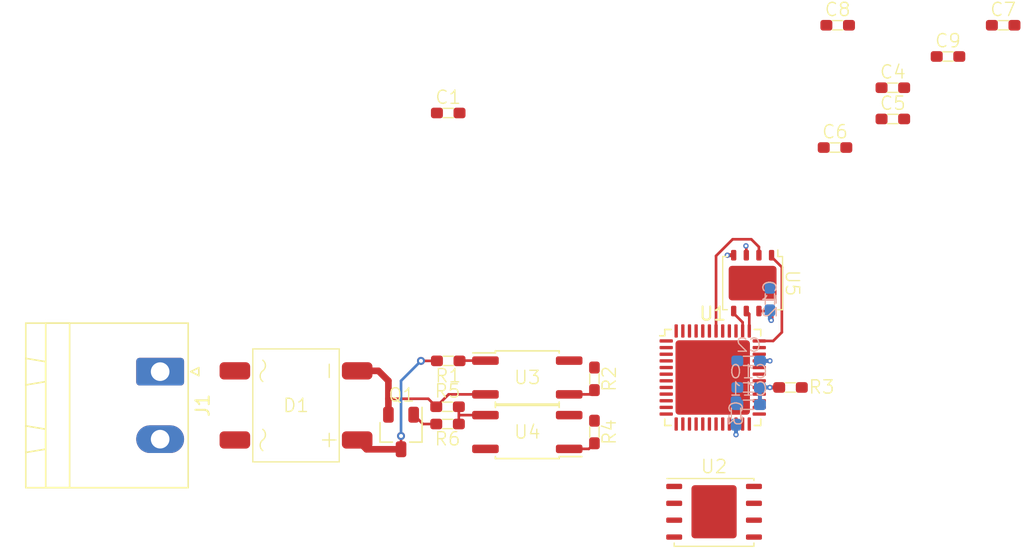
<source format=kicad_pcb>
(kicad_pcb (version 20221018) (generator pcbnew)
  (layers (0 "F.Cu" signal) (1 "In1.Cu" signal) (2 "In2.Cu" signal) (31 "B.Cu" signal) (34 "B.Paste" user) (35 "F.Paste" user) (36 "B.SilkS" user "B.Silkscreen") (37 "F.SilkS" user "F.Silkscreen") (38 "B.Mask" user) (39 "F.Mask" user) (44 "Edge.Cuts" user))
  (net 0 "")
  (net 5 "+1V2")
  (net 9 "/DALI_RX")
  (net 10 "/DALI_TX")
  (net 13 "Net-(U1-Pad14)")
  (net 14 "Net-(U1-Pad15)")
  (net 15 "Net-(U1-Pad16)")
  (net 16 "Net-(U1-Pad17)")
  (net 21 "+3V3")
  (net 32 "Net-(C10-Pad1)")
  (net 33 "Net-(R5-Pad2)")
  (net 34 "/FRAM_CIPO")
  (net 38 "/~{FRAM_CS}")
  (net 45 "GND")
  (net 48 "/FRAM_SCLK")
  (net 51 "Net-(D1-Pad1)")
  (net 52 "Net-(D1-Pad2)")
  (net 53 "/DALI+")
  (net 54 "/DALI-")
  (net 55 "Net-(R1-Pad2)")
  (net 56 "Net-(Q1-Pad1)")
  (net 57 "Net-(R4-Pad2)")
  (net 58 "/FRAM_COPI")
  (footprint "rhais_rcl:C0603" (layer "F.Cu") (at 159.1 92.6)
    (fp_text reference "C6" (at 0 -0.6) (layer "F.SilkS") (effects (font (thickness 0.1)) (justify bottom)))
    (fp_text value "10nF")
    (fp_line (start -0.4 -0.35) (end 0.4 -0.35) (stroke (width 0.1)) (layer "F.SilkS"))
    (fp_line (start 0.4 0.35) (end -0.4 0.35) (stroke (width 0.1)) (layer "F.SilkS"))
    (pad "1" smd roundrect (at -0.85 0) (size 0.9 0.8) (layers "F.Cu" "F.Paste" "F.Mask") (net 5 "+1V2"))
    (pad "2" smd roundrect (at 0.85 0) (size 0.9 0.8) (layers "F.Cu" "F.Paste" "F.Mask") (net 45 "GND"))
  )
  (footprint "rhais_rcl:R0603" (layer "F.Cu") (at 155.75 110.65 180)
    (fp_text reference "R3" (at -1.3 -0.55) (layer "F.SilkS") (effects (font (thickness 0.1)) (justify left bottom)))
    (fp_text value "100R" hide)
    (fp_line (start -0.4 0.35) (end 0.4 0.35) (stroke (width 0.1)) (layer "F.SilkS"))
    (fp_line (start 0.4 -0.35) (end -0.4 -0.35) (stroke (width 0.1)) (layer "F.SilkS"))
    (pad "1" smd roundrect (at -0.85 0 180) (size 0.9 0.8) (layers "F.Cu" "F.Paste" "F.Mask") (net 5 "+1V2"))
    (pad "2" smd roundrect (at 0.85 0 180) (size 0.9 0.8) (layers "F.Cu" "F.Paste" "F.Mask") (net 32 "Net-(C10-Pad1)"))
  )
  (footprint "rhais_package-smd:SO-4_4.4x3.6mm_P2.54mm" (layer "F.Cu") (at 135.95 109.9)
    (fp_text reference "U3" (at 0 0) (layer "F.SilkS") (effects (font (thickness 0.1))))
    (fp_text value "140357145300" hide)
    (fp_line (start -2.4 -2) (end 2.4 -2) (stroke (width 0.12)) (layer "F.SilkS"))
    (fp_line (start -2.4 -1.85) (end -4.1 -1.85) (stroke (width 0.12)) (layer "F.SilkS"))
    (fp_line (start -2.4 -1.85) (end -2.4 -2) (stroke (width 0.12)) (layer "F.SilkS"))
    (fp_line (start -2.4 2) (end -2.4 1.85) (stroke (width 0.12)) (layer "F.SilkS"))
    (fp_line (start 2.4 -2) (end 2.4 -1.85) (stroke (width 0.12)) (layer "F.SilkS"))
    (fp_line (start 2.4 1.85) (end 2.4 2) (stroke (width 0.12)) (layer "F.SilkS"))
    (fp_line (start 2.4 2) (end -2.4 2) (stroke (width 0.12)) (layer "F.SilkS"))
    (pad "1" smd roundrect (at -3.15 -1.27) (size 2 0.64) (layers "F.Cu" "F.Paste" "F.Mask") (net 55 "Net-(R1-Pad2)"))
    (pad "2" smd roundrect (at -3.15 1.27) (size 2 0.64) (layers "F.Cu" "F.Paste" "F.Mask") (net 54 "/DALI-"))
    (pad "3" smd roundrect (at 3.15 1.27) (size 2 0.64) (layers "F.Cu" "F.Paste" "F.Mask") (net 9 "/DALI_RX"))
    (pad "4" smd roundrect (at 3.15 -1.27) (size 2 0.64) (layers "F.Cu" "F.Paste" "F.Mask") (net 21 "+3V3"))
  )
  (footprint "rhais_rcl:C0603" (layer "F.Cu") (at 159.3 83.4)
    (fp_text reference "C8" (at 0 -0.6) (layer "F.SilkS") (effects (font (thickness 0.1)) (justify bottom)))
    (fp_text value "0.1uF")
    (fp_line (start -0.4 -0.35) (end 0.4 -0.35) (stroke (width 0.1)) (layer "F.SilkS"))
    (fp_line (start 0.4 0.35) (end -0.4 0.35) (stroke (width 0.1)) (layer "F.SilkS"))
    (pad "1" smd roundrect (at -0.85 0) (size 0.9 0.8) (layers "F.Cu" "F.Paste" "F.Mask") (net 5 "+1V2"))
    (pad "2" smd roundrect (at 0.85 0) (size 0.9 0.8) (layers "F.Cu" "F.Paste" "F.Mask") (net 45 "GND"))
  )
  (footprint "rhais_package-smd:SOT-23" (layer "F.Cu") (at 126.45 114 -90)
    (fp_text reference "Q1" (at -2.2 -0.05 180) (layer "F.SilkS") (effects (font (thickness 0.1)) (justify bottom)))
    (fp_text value "NX138BKR" hide)
    (fp_line (start 0.76 -1.58) (end -1.85 -1.58) (stroke (width 0.12)) (layer "F.SilkS"))
    (fp_line (start 0.76 -1.58) (end 0.76 -0.65) (stroke (width 0.12)) (layer "F.SilkS"))
    (fp_line (start 0.76 1.58) (end -0.7 1.58) (stroke (width 0.12)) (layer "F.SilkS"))
    (fp_line (start 0.76 1.58) (end 0.76 0.65) (stroke (width 0.12)) (layer "F.SilkS"))
    (pad "1" smd roundrect (at -1.3 -0.95 180) (size 0.8 1.2) (layers "F.Cu" "F.Paste" "F.Mask") (net 56 "Net-(Q1-Pad1)"))
    (pad "2" smd roundrect (at -1.3 0.95 180) (size 0.8 1.2) (layers "F.Cu" "F.Paste" "F.Mask") (net 54 "/DALI-"))
    (pad "3" smd roundrect (at 1.3 0 180) (size 0.8 1.2) (layers "F.Cu" "F.Paste" "F.Mask") (net 53 "/DALI+"))
  )
  (footprint "rhais_rcl:R0603" (layer "F.Cu") (at 141 114 -90)
    (fp_text reference "R4" (at 0 -1.7 90) (layer "F.SilkS") (effects (font (thickness 0.1)) (justify bottom)))
    (fp_text value "210R" hide)
    (fp_line (start -0.4 0.35) (end 0.4 0.35) (stroke (width 0.1)) (layer "F.SilkS"))
    (fp_line (start 0.4 -0.35) (end -0.4 -0.35) (stroke (width 0.1)) (layer "F.SilkS"))
    (pad "1" smd roundrect (at -0.85 0 270) (size 0.9 0.8) (layers "F.Cu" "F.Paste" "F.Mask") (net 10 "/DALI_TX"))
    (pad "2" smd roundrect (at 0.85 0 270) (size 0.9 0.8) (layers "F.Cu" "F.Paste" "F.Mask") (net 57 "Net-(R4-Pad2)"))
  )
  (footprint "rhais_rcl:R0603" (layer "F.Cu") (at 129.95 112.1)
    (fp_text reference "R5" (at 0 -0.6) (layer "F.SilkS") (effects (font (thickness 0.1)) (justify bottom)))
    (fp_text value "10k" hide)
    (fp_line (start -0.4 0.35) (end 0.4 0.35) (stroke (width 0.1)) (layer "F.SilkS"))
    (fp_line (start 0.4 -0.35) (end -0.4 -0.35) (stroke (width 0.1)) (layer "F.SilkS"))
    (pad "1" smd roundrect (at -0.85 0) (size 0.9 0.8) (layers "F.Cu" "F.Paste" "F.Mask") (net 54 "/DALI-"))
    (pad "2" smd roundrect (at 0.85 0) (size 0.9 0.8) (layers "F.Cu" "F.Paste" "F.Mask") (net 33 "Net-(R5-Pad2)"))
  )
  (footprint "rhais_diode:Bridge_Bridge_DBL" (layer "F.Cu") (at 118.55 112 -90)
    (fp_text reference "D1" (at 0 0) (layer "F.SilkS") (effects (font (thickness 0.1))))
    (fp_text value "D_Bridge_+-AA" hide)
    (fp_line (start -4.25 -3.25) (end 4.25 -3.25) (stroke (width 0.1)) (layer "F.SilkS"))
    (fp_line (start -4.25 3.25) (end -4.25 -3.25) (stroke (width 0.1)) (layer "F.SilkS"))
    (fp_line (start -3.1 -2.5) (end -2.1 -2.5) (stroke (width 0.1)) (layer "F.SilkS"))
    (fp_line (start 2.1 -2.5) (end 3.1 -2.5) (stroke (width 0.1)) (layer "F.SilkS"))
    (fp_line (start 2.6 -3) (end 2.6 -2) (stroke (width 0.1)) (layer "F.SilkS"))
    (fp_line (start 4.25 -3.25) (end 4.25 3.25) (stroke (width 0.1)) (layer "F.SilkS"))
    (fp_line (start 4.25 3.25) (end -4.25 3.25) (stroke (width 0.1)) (layer "F.SilkS"))
    (fp_arc (start -3.4 2.5) (mid -3.223607 2.352786) (end -3 2.3) (stroke (width 0.1)) (layer "F.SilkS"))
    (fp_arc (start -3 2.3) (mid -2.776393 2.352786) (end -2.6 2.5) (stroke (width 0.1)) (layer "F.SilkS"))
    (fp_arc (start -2.2 2.7) (mid -2.416594 2.650652) (end -2.590434 2.512348) (stroke (width 0.1)) (layer "F.SilkS"))
    (fp_arc (start -1.8 2.5) (mid -1.976393 2.647214) (end -2.2 2.7) (stroke (width 0.1)) (layer "F.SilkS"))
    (fp_arc (start 1.8 2.5) (mid 1.976393 2.352786) (end 2.2 2.3) (stroke (width 0.1)) (layer "F.SilkS"))
    (fp_arc (start 2.2 2.3) (mid 2.423607 2.352786) (end 2.6 2.5) (stroke (width 0.1)) (layer "F.SilkS"))
    (fp_arc (start 3 2.7) (mid 2.783406 2.650652) (end 2.609566 2.512348) (stroke (width 0.1)) (layer "F.SilkS"))
    (fp_arc (start 3.4 2.5) (mid 3.223607 2.647214) (end 3 2.7) (stroke (width 0.1)) (layer "F.SilkS"))
    (pad "1" smd roundrect (at -2.6 4.6 270) (size 1.3 2.3) (layers "F.Cu" "F.Paste" "F.Mask") (net 51 "Net-(D1-Pad1)"))
    (pad "2" smd roundrect (at 2.6 4.6 270) (size 1.3 2.3) (layers "F.Cu" "F.Paste" "F.Mask") (net 52 "Net-(D1-Pad2)"))
    (pad "3" smd roundrect (at 2.6 -4.6 270) (size 1.3 2.3) (layers "F.Cu" "F.Paste" "F.Mask") (net 53 "/DALI+"))
    (pad "4" smd roundrect (at -2.6 -4.6 270) (size 1.3 2.3) (layers "F.Cu" "F.Paste" "F.Mask") (net 54 "/DALI-"))
  )
  (footprint "Connector_Phoenix_MSTB:PhoenixContact_MSTBA_2,5_2-G-5,08_1x02_P5.08mm_Horizontal" (layer "F.Cu") (at 108.3275 109.46 -90)
    (fp_text reference "J1" (at 2.54 -3.2 90) (layer "F.SilkS"))
    (fp_text value "DALI")
    (fp_line (start -3.65 -2.11) (end -3.65 10.11) (stroke (width 0.12)) (layer "F.SilkS"))
    (fp_line (start -3.65 6.81) (end 8.73 6.81) (stroke (width 0.12)) (layer "F.SilkS"))
    (fp_line (start -3.65 8.61) (end -3.65 6.81) (stroke (width 0.12)) (layer "F.SilkS"))
    (fp_line (start -3.65 10.11) (end 8.73 10.11) (stroke (width 0.12)) (layer "F.SilkS"))
    (fp_line (start -1 10.11) (end 1 10.11) (stroke (width 0.12)) (layer "F.SilkS"))
    (fp_line (start -0.75 8.61) (end -1 10.11) (stroke (width 0.12)) (layer "F.SilkS"))
    (fp_line (start -0.3 -2.91) (end 0.3 -2.91) (stroke (width 0.12)) (layer "F.SilkS"))
    (fp_line (start 0 -2.31) (end -0.3 -2.91) (stroke (width 0.12)) (layer "F.SilkS"))
    (fp_line (start 0.3 -2.91) (end 0 -2.31) (stroke (width 0.12)) (layer "F.SilkS"))
    (fp_line (start 0.75 8.61) (end -0.75 8.61) (stroke (width 0.12)) (layer "F.SilkS"))
    (fp_line (start 1 10.11) (end 0.75 8.61) (stroke (width 0.12)) (layer "F.SilkS"))
    (fp_line (start 4.08 10.11) (end 6.08 10.11) (stroke (width 0.12)) (layer "F.SilkS"))
    (fp_line (start 4.33 8.61) (end 4.08 10.11) (stroke (width 0.12)) (layer "F.SilkS"))
    (fp_line (start 5.83 8.61) (end 4.33 8.61) (stroke (width 0.12)) (layer "F.SilkS"))
    (fp_line (start 6.08 10.11) (end 5.83 8.61) (stroke (width 0.12)) (layer "F.SilkS"))
    (fp_line (start 8.73 -2.11) (end -3.65 -2.11) (stroke (width 0.12)) (layer "F.SilkS"))
    (fp_line (start 8.73 6.81) (end 8.73 8.61) (stroke (width 0.12)) (layer "F.SilkS"))
    (fp_line (start 8.73 8.61) (end -3.65 8.61) (stroke (width 0.12)) (layer "F.SilkS"))
    (fp_line (start 8.73 10.11) (end 8.73 -2.11) (stroke (width 0.12)) (layer "F.SilkS"))
    (pad "1" thru_hole roundrect (at 0 0 270) (size 2.08 3.6) (drill 1.4) (layers "*.Cu" "*.Mask") (roundrect_rratio 0.120192) (net 51 "Net-(D1-Pad1)"))
    (pad "2" thru_hole oval (at 5.08 0 270) (size 2.08 3.6) (drill 1.4) (layers "*.Cu" "*.Mask") (net 52 "Net-(D1-Pad2)"))
  )
  (footprint "rhais_package-qfn:QFN-48-1EP_7x7mm_P0.5mm_EP5.6x5.6mm" (layer "F.Cu") (at 149.9 109.9)
    (fp_text reference "U1" (at 0 -4.8) (layer "F.SilkS"))
    (fp_text value "ICE40UP5K-SG48ITR" hide)
    (fp_line (start -3.61 -3.61) (end -3.61 -3.14) (stroke (width 0.12)) (layer "F.SilkS"))
    (fp_line (start -3.61 -3.14) (end -3.99 -3.14) (stroke (width 0.12)) (layer "F.SilkS"))
    (fp_line (start -3.61 3.61) (end -3.61 3.135) (stroke (width 0.12)) (layer "F.SilkS"))
    (fp_line (start -3.135 -3.61) (end -3.61 -3.61) (stroke (width 0.12)) (layer "F.SilkS"))
    (fp_line (start -3.135 3.61) (end -3.61 3.61) (stroke (width 0.12)) (layer "F.SilkS"))
    (fp_line (start 3.135 -3.61) (end 3.61 -3.61) (stroke (width 0.12)) (layer "F.SilkS"))
    (fp_line (start 3.135 3.61) (end 3.61 3.61) (stroke (width 0.12)) (layer "F.SilkS"))
    (fp_line (start 3.61 -3.61) (end 3.61 -3.135) (stroke (width 0.12)) (layer "F.SilkS"))
    (fp_line (start 3.61 3.61) (end 3.61 3.135) (stroke (width 0.12)) (layer "F.SilkS"))
    (pad "1" smd roundrect (at -3.5 -2.75) (size 1 0.25) (layers "F.Cu" "F.Paste" "F.Mask"))
    (pad "2" smd roundrect (at -3.5 -2.25) (size 1 0.25) (layers "F.Cu" "F.Paste" "F.Mask"))
    (pad "3" smd roundrect (at -3.5 -1.75) (size 1 0.25) (layers "F.Cu" "F.Paste" "F.Mask"))
    (pad "4" smd roundrect (at -3.5 -1.25) (size 1 0.25) (layers "F.Cu" "F.Paste" "F.Mask"))
    (pad "5" smd roundrect (at -3.5 -0.75) (size 1 0.25) (layers "F.Cu" "F.Paste" "F.Mask") (net 5 "+1V2"))
    (pad "6" smd roundrect (at -3.5 -0.25) (size 1 0.25) (layers "F.Cu" "F.Paste" "F.Mask"))
    (pad "7" smd roundrect (at -3.5 0.25) (size 1 0.25) (layers "F.Cu" "F.Paste" "F.Mask"))
    (pad "8" smd roundrect (at -3.5 0.75) (size 1 0.25) (layers "F.Cu" "F.Paste" "F.Mask"))
    (pad "9" smd roundrect (at -3.5 1.25) (size 1 0.25) (layers "F.Cu" "F.Paste" "F.Mask") (net 9 "/DALI_RX"))
    (pad "10" smd roundrect (at -3.5 1.75) (size 1 0.25) (layers "F.Cu" "F.Paste" "F.Mask") (net 10 "/DALI_TX"))
    (pad "11" smd roundrect (at -3.5 2.25) (size 1 0.25) (layers "F.Cu" "F.Paste" "F.Mask"))
    (pad "12" smd roundrect (at -3.5 2.75) (size 1 0.25) (layers "F.Cu" "F.Paste" "F.Mask"))
    (pad "13" smd roundrect (at -2.75 3.5) (size 0.25 1) (layers "F.Cu" "F.Paste" "F.Mask"))
    (pad "14" smd roundrect (at -2.25 3.5) (size 0.25 1) (layers "F.Cu" "F.Paste" "F.Mask") (net 13 "Net-(U1-Pad14)"))
    (pad "15" smd roundrect (at -1.75 3.5) (size 0.25 1) (layers "F.Cu" "F.Paste" "F.Mask") (net 14 "Net-(U1-Pad15)"))
    (pad "16" smd roundrect (at -1.25 3.5) (size 0.25 1) (layers "F.Cu" "F.Paste" "F.Mask") (net 15 "Net-(U1-Pad16)"))
    (pad "17" smd roundrect (at -0.75 3.5) (size 0.25 1) (layers "F.Cu" "F.Paste" "F.Mask") (net 16 "Net-(U1-Pad17)"))
    (pad "18" smd roundrect (at -0.25 3.5) (size 0.25 1) (layers "F.Cu" "F.Paste" "F.Mask"))
    (pad "19" smd roundrect (at 0.25 3.5) (size 0.25 1) (layers "F.Cu" "F.Paste" "F.Mask"))
    (pad "20" smd roundrect (at 0.75 3.5) (size 0.25 1) (layers "F.Cu" "F.Paste" "F.Mask"))
    (pad "21" smd roundrect (at 1.25 3.5) (size 0.25 1) (layers "F.Cu" "F.Paste" "F.Mask"))
    (pad "22" smd roundrect (at 1.75 3.5) (size 0.25 1) (layers "F.Cu" "F.Paste" "F.Mask") (net 21 "+3V3"))
    (pad "23" smd roundrect (at 2.25 3.5) (size 0.25 1) (layers "F.Cu" "F.Paste" "F.Mask"))
    (pad "24" smd roundrect (at 2.75 3.5) (size 0.25 1) (layers "F.Cu" "F.Paste" "F.Mask"))
    (pad "25" smd roundrect (at 3.5 2.75) (size 1 0.25) (layers "F.Cu" "F.Paste" "F.Mask"))
    (pad "26" smd roundrect (at 3.5 2.25) (size 1 0.25) (layers "F.Cu" "F.Paste" "F.Mask"))
    (pad "27" smd roundrect (at 3.5 1.75) (size 1 0.25) (layers "F.Cu" "F.Paste" "F.Mask"))
    (pad "28" smd roundrect (at 3.5 1.25) (size 1 0.25) (layers "F.Cu" "F.Paste" "F.Mask"))
    (pad "29" smd roundrect (at 3.5 0.75) (size 1 0.25) (layers "F.Cu" "F.Paste" "F.Mask") (net 32 "Net-(C10-Pad1)"))
    (pad "30" smd roundrect (at 3.5 0.25) (size 1 0.25) (layers "F.Cu" "F.Paste" "F.Mask") (net 5 "+1V2"))
    (pad "31" smd roundrect (at 3.5 -0.25) (size 1 0.25) (layers "F.Cu" "F.Paste" "F.Mask"))
    (pad "32" smd roundrect (at 3.5 -0.75) (size 1 0.25) (layers "F.Cu" "F.Paste" "F.Mask"))
    (pad "33" smd roundrect (at 3.5 -1.25) (size 1 0.25) (layers "F.Cu" "F.Paste" "F.Mask") (net 21 "+3V3"))
    (pad "34" smd roundrect (at 3.5 -1.75) (size 1 0.25) (layers "F.Cu" "F.Paste" "F.Mask"))
    (pad "35" smd roundrect (at 3.5 -2.25) (size 1 0.25) (layers "F.Cu" "F.Paste" "F.Mask"))
    (pad "36" smd roundrect (at 3.5 -2.75) (size 1 0.25) (layers "F.Cu" "F.Paste" "F.Mask") (net 38 "/~{FRAM_CS}"))
    (pad "37" smd roundrect (at 2.75 -3.5) (size 0.25 1) (layers "F.Cu" "F.Paste" "F.Mask") (net 48 "/FRAM_SCLK"))
    (pad "38" smd roundrect (at 2.25 -3.5) (size 0.25 1) (layers "F.Cu" "F.Paste" "F.Mask") (net 58 "/FRAM_COPI"))
    (pad "39" smd roundrect (at 1.75 -3.5) (size 0.25 1) (layers "F.Cu" "F.Paste" "F.Mask"))
    (pad "40" smd roundrect (at 1.25 -3.5) (size 0.25 1) (layers "F.Cu" "F.Paste" "F.Mask"))
    (pad "41" smd roundrect (at 0.75 -3.5) (size 0.25 1) (layers "F.Cu" "F.Paste" "F.Mask"))
    (pad "42" smd roundrect (at 0.25 -3.5) (size 0.25 1) (layers "F.Cu" "F.Paste" "F.Mask") (net 34 "/FRAM_CIPO"))
    (pad "43" smd roundrect (at -0.25 -3.5) (size 0.25 1) (layers "F.Cu" "F.Paste" "F.Mask"))
    (pad "44" smd roundrect (at -0.75 -3.5) (size 0.25 1) (layers "F.Cu" "F.Paste" "F.Mask"))
    (pad "45" smd roundrect (at -1.25 -3.5) (size 0.25 1) (layers "F.Cu" "F.Paste" "F.Mask"))
    (pad "46" smd roundrect (at -1.75 -3.5) (size 0.25 1) (layers "F.Cu" "F.Paste" "F.Mask"))
    (pad "47" smd roundrect (at -2.25 -3.5) (size 0.25 1) (layers "F.Cu" "F.Paste" "F.Mask"))
    (pad "48" smd roundrect (at -2.75 -3.5) (size 0.25 1) (layers "F.Cu" "F.Paste" "F.Mask"))
    (pad "49" smd roundrect (at 0 0) (size 5.6 5.6) (layers "F.Cu" "F.Mask") (roundrect_rratio 0.04464285714) (net 45 "GND"))
  )
  (footprint "rhais_package-smd:SO-4_4.4x3.6mm_P2.54mm" (layer "F.Cu") (at 135.95 114 180)
    (fp_text reference "U4" (at 0 0 180) (layer "F.SilkS") (effects (font (thickness 0.1))))
    (fp_text value "140357145300" hide)
    (fp_line (start -2.4 -2) (end 2.4 -2) (stroke (width 0.12)) (layer "F.SilkS"))
    (fp_line (start -2.4 -1.85) (end -4.1 -1.85) (stroke (width 0.12)) (layer "F.SilkS"))
    (fp_line (start -2.4 -1.85) (end -2.4 -2) (stroke (width 0.12)) (layer "F.SilkS"))
    (fp_line (start -2.4 2) (end -2.4 1.85) (stroke (width 0.12)) (layer "F.SilkS"))
    (fp_line (start 2.4 -2) (end 2.4 -1.85) (stroke (width 0.12)) (layer "F.SilkS"))
    (fp_line (start 2.4 1.85) (end 2.4 2) (stroke (width 0.12)) (layer "F.SilkS"))
    (fp_line (start 2.4 2) (end -2.4 2) (stroke (width 0.12)) (layer "F.SilkS"))
    (pad "1" smd roundrect (at -3.15 -1.27 180) (size 2 0.64) (layers "F.Cu" "F.Paste" "F.Mask") (net 57 "Net-(R4-Pad2)"))
    (pad "2" smd roundrect (at -3.15 1.27 180) (size 2 0.64) (layers "F.Cu" "F.Paste" "F.Mask") (net 45 "GND"))
    (pad "3" smd roundrect (at 3.15 1.27 180) (size 2 0.64) (layers "F.Cu" "F.Paste" "F.Mask") (net 33 "Net-(R5-Pad2)"))
    (pad "4" smd roundrect (at 3.15 -1.27 180) (size 2 0.64) (layers "F.Cu" "F.Paste" "F.Mask") (net 53 "/DALI+"))
  )
  (footprint "rhais_rcl:C0603" (layer "F.Cu") (at 163.45 90.45)
    (fp_text reference "C5" (at 0 -0.6) (layer "F.SilkS") (effects (font (thickness 0.1)) (justify bottom)))
    (fp_text value "0.1uF")
    (fp_line (start -0.4 -0.35) (end 0.4 -0.35) (stroke (width 0.1)) (layer "F.SilkS"))
    (fp_line (start 0.4 0.35) (end -0.4 0.35) (stroke (width 0.1)) (layer "F.SilkS"))
    (pad "1" smd roundrect (at -0.85 0) (size 0.9 0.8) (layers "F.Cu" "F.Paste" "F.Mask") (net 5 "+1V2"))
    (pad "2" smd roundrect (at 0.85 0) (size 0.9 0.8) (layers "F.Cu" "F.Paste" "F.Mask") (net 45 "GND"))
  )
  (footprint "rhais_rcl:R0603" (layer "F.Cu") (at 141 110 90)
    (fp_text reference "R2" (at 0 1.7 90) (layer "F.SilkS") (effects (font (thickness 0.1)) (justify bottom)))
    (fp_text value "10k" hide)
    (fp_line (start -0.4 0.35) (end 0.4 0.35) (stroke (width 0.1)) (layer "F.SilkS"))
    (fp_line (start 0.4 -0.35) (end -0.4 -0.35) (stroke (width 0.1)) (layer "F.SilkS"))
    (pad "1" smd roundrect (at -0.85 0 90) (size 0.9 0.8) (layers "F.Cu" "F.Paste" "F.Mask") (net 9 "/DALI_RX"))
    (pad "2" smd roundrect (at 0.85 0 90) (size 0.9 0.8) (layers "F.Cu" "F.Paste" "F.Mask") (net 45 "GND"))
  )
  (footprint "rhais_rcl:C0603" (layer "F.Cu") (at 163.45 88.1)
    (fp_text reference "C4" (at 0 -0.6) (layer "F.SilkS") (effects (font (thickness 0.1)) (justify bottom)))
    (fp_text value "1uF")
    (fp_line (start -0.4 -0.35) (end 0.4 -0.35) (stroke (width 0.1)) (layer "F.SilkS"))
    (fp_line (start 0.4 0.35) (end -0.4 0.35) (stroke (width 0.1)) (layer "F.SilkS"))
    (pad "1" smd roundrect (at -0.85 0) (size 0.9 0.8) (layers "F.Cu" "F.Paste" "F.Mask") (net 5 "+1V2"))
    (pad "2" smd roundrect (at 0.85 0) (size 0.9 0.8) (layers "F.Cu" "F.Paste" "F.Mask") (net 45 "GND"))
  )
  (footprint "rhais_package-qfn:WDFN-8-1EP_4x4.5mm_P0.95mm_EP2.6x3.6mm" (layer "F.Cu") (at 152.9 102.8 -90)
    (fp_text reference "U5" (at 0 -3 -90 unlocked) (layer "F.SilkS") (effects (font (thickness 0.1))))
    (fp_text value "FM25L16B" hide)
    (fp_line (start -2.5 -1.9) (end -2 -1.9) (stroke (width 0.1)) (layer "F.SilkS"))
    (fp_line (start -2 -2.25) (end 2 -2.25) (stroke (width 0.1)) (layer "F.SilkS"))
    (fp_line (start -2 -1.9) (end -2 -2.25) (stroke (width 0.1)) (layer "F.SilkS"))
    (fp_line (start -2 1.9) (end -2 2.25) (stroke (width 0.1)) (layer "F.SilkS"))
    (fp_line (start -2 2.25) (end 2 2.25) (stroke (width 0.1)) (layer "F.SilkS"))
    (fp_line (start 2 -2.25) (end 2 -1.9) (stroke (width 0.1)) (layer "F.SilkS"))
    (fp_line (start 2 2.25) (end 2 1.9) (stroke (width 0.1)) (layer "F.SilkS"))
    (pad "1" smd roundrect (at -2.1 -1.425 270) (size 0.8 0.4) (layers "F.Cu" "F.Paste" "F.Mask") (net 38 "/~{FRAM_CS}"))
    (pad "2" smd roundrect (at -2.1 -0.475 270) (size 0.8 0.4) (layers "F.Cu" "F.Paste" "F.Mask") (net 34 "/FRAM_CIPO"))
    (pad "3" smd roundrect (at -2.1 0.475 270) (size 0.8 0.4) (layers "F.Cu" "F.Paste" "F.Mask") (net 21 "+3V3"))
    (pad "4" smd roundrect (at -2.1 1.425 270) (size 0.8 0.4) (layers "F.Cu" "F.Paste" "F.Mask") (net 45 "GND"))
    (pad "5" smd roundrect (at 2.1 1.425 270) (size 0.8 0.4) (layers "F.Cu" "F.Paste" "F.Mask") (net 58 "/FRAM_COPI"))
    (pad "6" smd roundrect (at 2.1 0.475 270) (size 0.8 0.4) (layers "F.Cu" "F.Paste" "F.Mask") (net 48 "/FRAM_SCLK"))
    (pad "7" smd roundrect (at 2.1 -0.475 270) (size 0.8 0.4) (layers "F.Cu" "F.Paste" "F.Mask") (net 21 "+3V3"))
    (pad "8" smd roundrect (at 2.1 -1.425 270) (size 0.8 0.4) (layers "F.Cu" "F.Paste" "F.Mask") (net 21 "+3V3"))
    (pad "9" smd roundrect (at 0 0 270) (size 2.6 3.6) (layers "F.Cu" "F.Mask") (roundrect_rratio 0.09615384615))
  )
  (footprint "rhais_rcl:R0603" (layer "F.Cu") (at 129.95 113.4 180)
    (fp_text reference "R6" (at 0 -1.7) (layer "F.SilkS") (effects (font (thickness 0.1)) (justify bottom)))
    (fp_text value "1k" hide)
    (fp_line (start -0.4 0.35) (end 0.4 0.35) (stroke (width 0.1)) (layer "F.SilkS"))
    (fp_line (start 0.4 -0.35) (end -0.4 -0.35) (stroke (width 0.1)) (layer "F.SilkS"))
    (pad "1" smd roundrect (at -0.85 0 180) (size 0.9 0.8) (layers "F.Cu" "F.Paste" "F.Mask") (net 33 "Net-(R5-Pad2)"))
    (pad "2" smd roundrect (at 0.85 0 180) (size 0.9 0.8) (layers "F.Cu" "F.Paste" "F.Mask") (net 56 "Net-(Q1-Pad1)"))
  )
  (footprint "rhais_rcl:C0603" (layer "F.Cu") (at 167.6 85.75)
    (fp_text reference "C9" (at 0 -0.6) (layer "F.SilkS") (effects (font (thickness 0.1)) (justify bottom)))
    (fp_text value "10uF")
    (fp_line (start -0.4 -0.35) (end 0.4 -0.35) (stroke (width 0.1)) (layer "F.SilkS"))
    (fp_line (start 0.4 0.35) (end -0.4 0.35) (stroke (width 0.1)) (layer "F.SilkS"))
    (pad "1" smd roundrect (at -0.85 0) (size 0.9 0.8) (layers "F.Cu" "F.Paste" "F.Mask") (net 5 "+1V2"))
    (pad "2" smd roundrect (at 0.85 0) (size 0.9 0.8) (layers "F.Cu" "F.Paste" "F.Mask") (net 45 "GND"))
  )
  (footprint "rhais_rcl:C0603" (layer "F.Cu") (at 171.75 83.4)
    (fp_text reference "C7" (at 0 -0.6) (layer "F.SilkS") (effects (font (thickness 0.1)) (justify bottom)))
    (fp_text value "1uF")
    (fp_line (start -0.4 -0.35) (end 0.4 -0.35) (stroke (width 0.1)) (layer "F.SilkS"))
    (fp_line (start 0.4 0.35) (end -0.4 0.35) (stroke (width 0.1)) (layer "F.SilkS"))
    (pad "1" smd roundrect (at -0.85 0) (size 0.9 0.8) (layers "F.Cu" "F.Paste" "F.Mask") (net 5 "+1V2"))
    (pad "2" smd roundrect (at 0.85 0) (size 0.9 0.8) (layers "F.Cu" "F.Paste" "F.Mask") (net 45 "GND"))
  )
  (footprint "rhais_package-qfn:UDFN-8-1EP_6x5mm_P1.27mm_EP3.4x4mm" (layer "F.Cu") (at 150 120)
    (fp_text reference "U2" (at 0 -3.4) (layer "F.SilkS") (effects (font (thickness 0.1))))
    (fp_text value "SPI-Flash_EP" hide)
    (fp_line (start -3 2.35) (end -3 2.6) (stroke (width 0.1)) (layer "F.SilkS"))
    (fp_line (start -3 2.6) (end 3 2.6) (stroke (width 0.1)) (layer "F.SilkS"))
    (fp_line (start 3 -2.5) (end -3.55 -2.5) (stroke (width 0.1)) (layer "F.SilkS"))
    (fp_line (start 3 -2.5) (end 3 -2.35) (stroke (width 0.1)) (layer "F.SilkS"))
    (fp_line (start 3 2.35) (end 3 2.6) (stroke (width 0.1)) (layer "F.SilkS"))
    (pad "1" smd roundrect (at -3 -1.905) (size 1.2 0.4) (layers "F.Cu" "F.Paste" "F.Mask") (net 15 "Net-(U1-Pad16)"))
    (pad "2" smd roundrect (at -3 -0.635) (size 1.2 0.4) (layers "F.Cu" "F.Paste" "F.Mask") (net 16 "Net-(U1-Pad17)"))
    (pad "3" smd roundrect (at -3 0.635) (size 1.2 0.4) (layers "F.Cu" "F.Paste" "F.Mask"))
    (pad "4" smd roundrect (at -3 1.905) (size 1.2 0.4) (layers "F.Cu" "F.Paste" "F.Mask") (net 45 "GND"))
    (pad "5" smd roundrect (at 3 1.905) (size 1.2 0.4) (layers "F.Cu" "F.Paste" "F.Mask") (net 13 "Net-(U1-Pad14)"))
    (pad "6" smd roundrect (at 3 0.635) (size 1.2 0.4) (layers "F.Cu" "F.Paste" "F.Mask") (net 14 "Net-(U1-Pad15)"))
    (pad "7" smd roundrect (at 3 -0.635) (size 1.2 0.4) (layers "F.Cu" "F.Paste" "F.Mask"))
    (pad "8" smd roundrect (at 3 -1.905) (size 1.2 0.4) (layers "F.Cu" "F.Paste" "F.Mask") (net 21 "+3V3"))
    (pad "9" smd roundrect (at 0 0) (size 3.4 4) (layers "F.Cu" "F.Paste" "F.Mask") (roundrect_rratio 0.074) (net 45 "GND"))
  )
  (footprint "rhais_rcl:C0603" (layer "F.Cu") (at 130 90)
    (fp_text reference "C1" (at 0 -0.6) (layer "F.SilkS") (effects (font (thickness 0.1)) (justify bottom)))
    (fp_text value "0.1uF")
    (fp_line (start -0.4 -0.35) (end 0.4 -0.35) (stroke (width 0.1)) (layer "F.SilkS"))
    (fp_line (start 0.4 0.35) (end -0.4 0.35) (stroke (width 0.1)) (layer "F.SilkS"))
    (pad "1" smd roundrect (at -0.85 0) (size 0.9 0.8) (layers "F.Cu" "F.Paste" "F.Mask"))
    (pad "2" smd roundrect (at 0.85 0) (size 0.9 0.8) (layers "F.Cu" "F.Paste" "F.Mask"))
  )
  (footprint "rhais_rcl:R0603" (layer "F.Cu") (at 130 108.65)
    (fp_text reference "R1" (at 0 1.7) (layer "F.SilkS") (effects (font (thickness 0.1)) (justify bottom)))
    (fp_text value "1k5" hide)
    (fp_line (start -0.4 0.35) (end 0.4 0.35) (stroke (width 0.1)) (layer "F.SilkS"))
    (fp_line (start 0.4 -0.35) (end -0.4 -0.35) (stroke (width 0.1)) (layer "F.SilkS"))
    (pad "1" smd roundrect (at -0.85 0) (size 0.9 0.8) (layers "F.Cu" "F.Paste" "F.Mask") (net 53 "/DALI+"))
    (pad "2" smd roundrect (at 0.85 0) (size 0.9 0.8) (layers "F.Cu" "F.Paste" "F.Mask") (net 55 "Net-(R1-Pad2)"))
  )
  (footprint "rhais_rcl:C0603" (layer "B.Cu") (at 152.6 110.65 180)
    (fp_text reference "C10" (at 0 0.6) (layer "B.SilkS") (effects (font (thickness 0.1)) (justify bottom mirror)))
    (fp_text value "0.1uF" hide)
    (fp_line (start -0.4 0.35) (end 0.4 0.35) (stroke (width 0.1)) (layer "B.SilkS"))
    (fp_line (start 0.4 -0.35) (end -0.4 -0.35) (stroke (width 0.1)) (layer "B.SilkS"))
    (pad "1" smd roundrect (at -0.85 0 180) (size 0.9 0.8) (layers "B.Cu" "B.Paste" "B.Mask") (net 32 "Net-(C10-Pad1)"))
    (pad "2" smd roundrect (at 0.85 0 180) (size 0.9 0.8) (layers "B.Cu" "B.Paste" "B.Mask") (net 45 "GND"))
  )
  (footprint "rhais_rcl:C0603" (layer "B.Cu") (at 152.6 108.65 180)
    (fp_text reference "C2" (at 0 0.6) (layer "B.SilkS") (effects (font (thickness 0.1)) (justify bottom mirror)))
    (fp_text value "0.1uF" hide)
    (fp_line (start -0.4 0.35) (end 0.4 0.35) (stroke (width 0.1)) (layer "B.SilkS"))
    (fp_line (start 0.4 -0.35) (end -0.4 -0.35) (stroke (width 0.1)) (layer "B.SilkS"))
    (pad "1" smd roundrect (at -0.85 0 180) (size 0.9 0.8) (layers "B.Cu" "B.Paste" "B.Mask") (net 21 "+3V3"))
    (pad "2" smd roundrect (at 0.85 0 180) (size 0.9 0.8) (layers "B.Cu" "B.Paste" "B.Mask") (net 45 "GND"))
  )
  (footprint "rhais_rcl:C0603" (layer "B.Cu") (at 152.6 111.95 180)
    (fp_text reference "C11" (at 0 0.6) (layer "B.SilkS") (effects (font (thickness 0.1)) (justify bottom mirror)))
    (fp_text value "10uF" hide)
    (fp_line (start -0.4 0.35) (end 0.4 0.35) (stroke (width 0.1)) (layer "B.SilkS"))
    (fp_line (start 0.4 -0.35) (end -0.4 -0.35) (stroke (width 0.1)) (layer "B.SilkS"))
    (pad "1" smd roundrect (at -0.85 0 180) (size 0.9 0.8) (layers "B.Cu" "B.Paste" "B.Mask") (net 32 "Net-(C10-Pad1)"))
    (pad "2" smd roundrect (at 0.85 0 180) (size 0.9 0.8) (layers "B.Cu" "B.Paste" "B.Mask") (net 45 "GND"))
  )
  (footprint "rhais_rcl:C0603" (layer "B.Cu") (at 151.65 112.6 90)
    (fp_text reference "C3" (at 0 0.6 90) (layer "B.SilkS") (effects (font (thickness 0.1)) (justify bottom mirror)))
    (fp_text value "0.1uF" hide)
    (fp_line (start -0.4 0.35) (end 0.4 0.35) (stroke (width 0.1)) (layer "B.SilkS"))
    (fp_line (start 0.4 -0.35) (end -0.4 -0.35) (stroke (width 0.1)) (layer "B.SilkS"))
    (pad "1" smd roundrect (at -0.85 0 90) (size 0.9 0.8) (layers "B.Cu" "B.Paste" "B.Mask") (net 21 "+3V3"))
    (pad "2" smd roundrect (at 0.85 0 90) (size 0.9 0.8) (layers "B.Cu" "B.Paste" "B.Mask") (net 45 "GND"))
  )
  (footprint "rhais_rcl:C0603" (layer "B.Cu") (at 154.2 104 90)
    (fp_text reference "C12" (at 0 0.6 90) (layer "B.SilkS") (effects (font (thickness 0.1)) (justify bottom mirror)))
    (fp_text value "0.1uF" hide)
    (fp_line (start -0.4 0.35) (end 0.4 0.35) (stroke (width 0.1)) (layer "B.SilkS"))
    (fp_line (start 0.4 -0.35) (end -0.4 -0.35) (stroke (width 0.1)) (layer "B.SilkS"))
    (pad "1" smd roundrect (at -0.85 0 90) (size 0.9 0.8) (layers "B.Cu" "B.Paste" "B.Mask") (net 21 "+3V3"))
    (pad "2" smd roundrect (at 0.85 0 90) (size 0.9 0.8) (layers "B.Cu" "B.Paste" "B.Mask") (net 45 "GND"))
  )
  (segment (start 140.68 111.17) (end 141 110.85) (width 0.2) (layer "F.Cu") (net 9))
  (segment (start 139.1 111.17) (end 140.68 111.17) (width 0.2) (layer "F.Cu") (net 9))
  (segment (start 154.325 104.9) (end 154.325 105.575) (width 0.3) (layer "F.Cu") (net 21))
  (segment (start 153.375 104.9) (end 154.325 104.9) (width 0.2) (layer "F.Cu") (net 21))
  (segment (start 151.65 113.4) (end 151.65 114.2) (width 0.3) (layer "F.Cu") (net 21))
  (segment (start 154.325 105.575) (end 154.3 105.6) (width 0.3) (layer "F.Cu") (net 21))
  (segment (start 154.2 108.65) (end 153.4 108.65) (width 0.3) (layer "F.Cu") (net 21))
  (segment (start 152.425 100.025) (end 152.4 100) (width 0.2) (layer "F.Cu") (net 21))
  (segment (start 152.425 100.7) (end 152.425 100.025) (width 0.2) (layer "F.Cu") (net 21))
  (via (at 154.3 105.6) (size 0.4) (drill 0.2) (layers "F.Cu" "B.Cu") (net 21))
  (via (at 154.2 108.65) (size 0.4) (drill 0.2) (layers "F.Cu" "B.Cu") (net 21))
  (via (at 151.65 114.2) (size 0.4) (drill 0.2) (layers "F.Cu" "B.Cu") (net 21))
  (via (at 152.4 100) (size 0.4) (drill 0.2) (layers "F.Cu" "B.Cu") (net 21))
  (segment (start 154.2 105.5) (end 154.3 105.6) (width 0.3) (layer "B.Cu") (net 21))
  (segment (start 151.65 114.2) (end 151.65 113.45) (width 0.3) (layer "B.Cu") (net 21))
  (segment (start 153.45 108.65) (end 154.2 108.65) (width 0.3) (layer "B.Cu") (net 21))
  (segment (start 154.2 104.85) (end 154.2 105.5) (width 0.3) (layer "B.Cu") (net 21))
  (segment (start 153.4 110.65) (end 154.2 110.65) (width 0.3) (layer "F.Cu") (net 32))
  (segment (start 154.9 110.65) (end 154.2 110.65) (width 0.3) (layer "F.Cu") (net 32))
  (via (at 154.2 110.65) (size 0.4) (drill 0.2) (layers "F.Cu" "B.Cu") (net 32))
  (segment (start 154.2 110.65) (end 153.45 110.65) (width 0.3) (layer "B.Cu") (net 32))
  (segment (start 153.45 111.95) (end 153.45 110.65) (width 0.3) (layer "B.Cu") (net 32))
  (segment (start 130.82 112.73) (end 130.8 112.75) (width 0.2) (layer "F.Cu") (net 33))
  (segment (start 130.8 112.75) (end 130.8 112.1) (width 0.2) (layer "F.Cu") (net 33))
  (segment (start 130.8 113.4) (end 130.8 112.75) (width 0.2) (layer "F.Cu") (net 33))
  (segment (start 132.8 112.73) (end 130.82 112.73) (width 0.2) (layer "F.Cu") (net 33))
  (segment (start 152.8 99.5) (end 151.4 99.5) (width 0.2) (layer "F.Cu") (net 34))
  (segment (start 153.375 100.7) (end 153.375 100.075) (width 0.2) (layer "F.Cu") (net 34))
  (segment (start 153.375 100.075) (end 152.8 99.5) (width 0.2) (layer "F.Cu") (net 34))
  (segment (start 151.4 99.5) (end 150.15 100.75) (width 0.2) (layer "F.Cu") (net 34))
  (segment (start 150.15 100.75) (end 150.15 106.4) (width 0.2) (layer "F.Cu") (net 34))
  (segment (start 154.325 100.825) (end 154.325 100.7) (width 0.2) (layer "F.Cu") (net 38))
  (segment (start 155.1 101.6) (end 154.325 100.825) (width 0.2) (layer "F.Cu") (net 38))
  (segment (start 153.4 107.15) (end 154.45 107.15) (width 0.2) (layer "F.Cu") (net 38))
  (segment (start 155.1 106.5) (end 155.1 101.6) (width 0.2) (layer "F.Cu") (net 38))
  (segment (start 154.45 107.15) (end 155.1 106.5) (width 0.2) (layer "F.Cu") (net 38))
  (segment (start 151.475 100.7) (end 151 100.7) (width 0.3) (layer "F.Cu") (net 45))
  (via (at 151 100.7) (size 0.4) (drill 0.2) (layers "F.Cu" "B.Cu") (net 45))
  (segment (start 152.65 106.4) (end 152.65 105.125) (width 0.2) (layer "F.Cu") (net 48))
  (segment (start 152.65 105.125) (end 152.425 104.9) (width 0.2) (layer "F.Cu") (net 48))
  (segment (start 123.85 115.3) (end 123.15 114.6) (width 0.5) (layer "F.Cu") (net 53))
  (segment (start 126.45 115.3) (end 126.45 114.3) (width 0.2) (layer "F.Cu") (net 53))
  (segment (start 126.45 115.3) (end 123.85 115.3) (width 0.5) (layer "F.Cu") (net 53))
  (segment (start 127.95 108.65) (end 129.15 108.65) (width 0.2) (layer "F.Cu") (net 53))
  (via (at 126.45 114.3) (size 0.6) (drill 0.3) (layers "F.Cu" "B.Cu") (net 53))
  (via (at 127.95 108.65) (size 0.6) (drill 0.3) (layers "F.Cu" "B.Cu") (net 53))
  (segment (start 126.45 110.15) (end 127.95 108.65) (width 0.2) (layer "B.Cu") (net 53))
  (segment (start 126.45 114.3) (end 126.45 110.15) (width 0.2) (layer "B.Cu") (net 53))
  (segment (start 125.5 110.15) (end 125.5 111.5) (width 0.5) (layer "F.Cu") (net 54))
  (segment (start 129.1 112.1) (end 128.5 111.5) (width 0.2) (layer "F.Cu") (net 54))
  (segment (start 125.5 111.5) (end 125.5 112.7) (width 0.5) (layer "F.Cu") (net 54))
  (segment (start 123.15 109.4) (end 124.75 109.4) (width 0.5) (layer "F.Cu") (net 54))
  (segment (start 128.5 111.5) (end 125.5 111.5) (width 0.2) (layer "F.Cu") (net 54))
  (segment (start 124.75 109.4) (end 125.5 110.15) (width 0.5) (layer "F.Cu") (net 54))
  (segment (start 132.8 111.17) (end 130.03 111.17) (width 0.2) (layer "F.Cu") (net 54))
  (segment (start 130.03 111.17) (end 129.1 112.1) (width 0.2) (layer "F.Cu") (net 54))
  (segment (start 132.8 108.63) (end 130.87 108.63) (width 0.2) (layer "F.Cu") (net 55))
  (segment (start 130.87 108.63) (end 130.85 108.65) (width 0.2) (layer "F.Cu") (net 55))
  (segment (start 127.4 112.7) (end 128.1 113.4) (width 0.2) (layer "F.Cu") (net 56))
  (segment (start 128.1 113.4) (end 129.1 113.4) (width 0.2) (layer "F.Cu") (net 56))
  (segment (start 139.1 115.27) (end 140.58 115.27) (width 0.2) (layer "F.Cu") (net 57))
  (segment (start 140.58 115.27) (end 141 114.85) (width 0.2) (layer "F.Cu") (net 57))
  (segment (start 152.15 106.4) (end 152.15 105.75) (width 0.2) (layer "F.Cu") (net 58))
  (segment (start 151.475 105.075) (end 151.475 104.9) (width 0.2) (layer "F.Cu") (net 58))
  (segment (start 152.15 105.75) (end 151.475 105.075) (width 0.2) (layer "F.Cu") (net 58))
)
</source>
